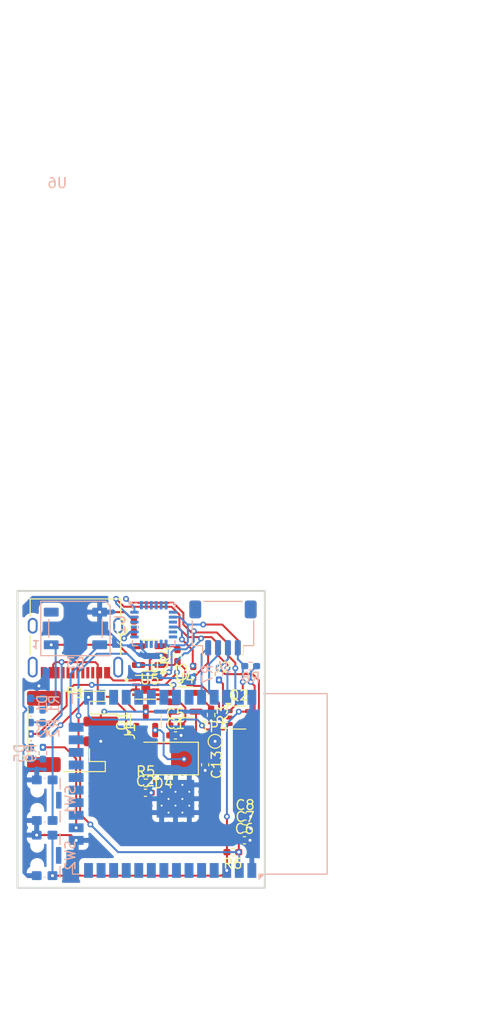
<source format=kicad_pcb>
(kicad_pcb (version 20240108) (generator "pcbnew") (generator_version "8.0")
  (layers (0 "F.Cu" signal) (31 "B.Cu" signal) (34 "B.Paste" user) (35 "F.Paste" user) (36 "B.SilkS" user "B.Silkscreen") (37 "F.SilkS" user "F.Silkscreen") (38 "B.Mask" user) (39 "F.Mask" user) (44 "Edge.Cuts" user))
  (net 0 "")
  (net 1 "SDA")
  (net 2 "SCL")
  (net 3 "+3V3")
  (net 4 "Net-(D4-K)")
  (net 5 "Net-(U1-REGOUT)")
  (net 6 "GND")
  (net 7 "Net-(U1-CPOUT)")
  (net 8 "RGB_DI")
  (net 9 "Net-(D5-A)")
  (net 10 "+BATT")
  (net 11 "Net-(D2-K)")
  (net 12 "Net-(U4-PROG)")
  (net 26 "VBUS")
  (net 27 "Net-(D1-A)")
  (net 28 "Net-(D2-A)")
  (net 34 "DTR")
  (net 41 "TX")
  (net 42 "RX")
  (net 43 "RTS")
  (net 46 "0")
  (net 47 "Net-(Q2B-B2)")
  (net 48 "Net-(Q2A-B1)")
  (net 49 "CHIP_PU")
  (net 50 "Net-(U5-EN)")
  (net 52 "LED")
  (footprint "Capacitor_SMD:C_0402_1005Metric_Pad0.74x0.62mm_HandSolder" (layer "F.Cu") (at 36.8325 49.4)
    (property "Reference" "C7")
    (property "Value" "1.0uF")
  )
  (footprint "Connector_JST:JST_PH_S2B-PH-SM4-TB_1x02-1MP_P2.00mm_Horizontal" (layer "F.Cu") (at 19.4 39.6 -90)
    (property "Reference" "J1")
    (property "Value" "Ph 2.0")
  )
  (footprint "Custom:SON50P200X200X80-9N" (layer "F.Cu") (at 26.8 35.1375)
    (property "Reference" "U2")
    (property "Value" "MAX17048G_T10")
  )
  (footprint "Resistor_SMD:R_0402_1005Metric_Pad0.72x0.64mm_HandSolder" (layer "F.Cu") (at 30 31.9375 90)
    (property "Reference" "R4")
    (property "Value" "100K")
  )
  (footprint "Capacitor_SMD:C_0402_1005Metric_Pad0.74x0.62mm_HandSolder" (layer "F.Cu") (at 29.8 39)
    (property "Reference" "C5")
    (property "Value" "4.7uF")
  )
  (footprint "Package_TO_SOT_SMD:SOT-363_SC-70-6" (layer "F.Cu") (at 36.2 38.2)
    (property "Reference" "Q2")
    (property "Value" "MBT3904DW1")
  )
  (footprint "Capacitor_SMD:C_0402_1005Metric_Pad0.74x0.62mm_HandSolder" (layer "F.Cu") (at 31.6 33.6 90)
    (property "Reference" "C3")
    (property "Value" "2.2nF")
  )
  (footprint "TestPoint:TestPoint_Pad_D1.0mm" (layer "F.Cu") (at 33.8 40.6)
    (property "Reference" "TP4")
    (property "Value" "+5V")
  )
  (footprint "Package_TO_SOT_SMD:SOT-23" (layer "F.Cu") (at 26.8 38.5375 90)
    (property "Reference" "Q1")
    (property "Value" "AO3401A")
  )
  (footprint "Capacitor_SMD:C_0402_1005Metric_Pad0.74x0.62mm_HandSolder" (layer "F.Cu") (at 36.8325 48.2)
    (property "Reference" "C8")
    (property "Value" "1.0uF")
  )
  (footprint "Resistor_SMD:R_0402_1005Metric_Pad0.72x0.64mm_HandSolder" (layer "F.Cu") (at 35.6 51.8 180)
    (property "Reference" "R6")
    (property "Value" "10K")
  )
  (footprint "Package_TO_SOT_SMD:SOT-23-5" (layer "F.Cu") (at 30.7375 36.65)
    (property "Reference" "U4")
    (property "Value" "MCP73831-2-OT")
  )
  (footprint "Capacitor_SMD:C_0402_1005Metric_Pad0.74x0.62mm_HandSolder" (layer "F.Cu") (at 36.7675 50.6)
    (property "Reference" "C6")
    (property "Value" "1.0uF")
  )
  (footprint "Capacitor_SMD:C_0402_1005Metric_Pad0.74x0.62mm_HandSolder" (layer "F.Cu") (at 26.7675 45.8)
    (property "Reference" "C2")
    (property "Value" "4.7uF")
  )
  (footprint "Resistor_SMD:R_0402_1005Metric_Pad0.72x0.64mm_HandSolder" (layer "F.Cu") (at 33.4 37.9375 -90)
    (property "Reference" "R3")
    (property "Value" "2K")
  )
  (footprint "Connector_USB:USB_C_Receptacle_XKB_U262-16XN-4BVC11" (layer "F.Cu") (at 19.689994 29.995 180)
    (property "Reference" "P1")
    (property "Value" "USB_C_Plug_USB2.0")
  )
  (footprint "Capacitor_SMD:C_0402_1005Metric_Pad0.74x0.62mm_HandSolder" (layer "F.Cu") (at 32.8 42.9675 -90)
    (property "Reference" "C13")
    (property "Value" "1.0uF")
  )
  (footprint "Diode_SMD:D_SMA" (layer "F.Cu") (at 28.6 42.3375 180)
    (property "Reference" "D4")
    (property "Value" "SS34")
  )
  (footprint "Resistor_SMD:R_0402_1005Metric_Pad0.72x0.64mm_HandSolder" (layer "F.Cu") (at 26.8 44.8)
    (property "Reference" "R5")
    (property "Value" "10K")
  )
  (footprint "Capacitor_SMD:C_0402_1005Metric_Pad0.74x0.62mm_HandSolder" (layer "F.Cu") (at 25.6 29 90)
    (property "Reference" "C4")
    (property "Value" "0.1uF")
  )
  (footprint "Package_TO_SOT_SMD:SOT-23-5" (layer "F.Cu") (at 27.2 31.9375 180)
    (property "Reference" "U5")
    (property "Value" "AP2112K-3.3")
  )
  (footprint "Capacitor_SMD:C_0402_1005Metric_Pad0.74x0.62mm_HandSolder" (layer "F.Cu") (at 29.8 40)
    (property "Reference" "C1")
    (property "Value" "1.0uF")
  )
  (footprint "Connector_JST:JST_SH_SM04B-SRSS-TB_1x04-1MP_P1.00mm_Horizontal" (layer "F.Cu") (at 34.6 29.145 180)
    (property "Reference" "J2")
    (property "Value" "Sh 1.0")
  )
  (footprint "LED_SMD:LED_WS2812B_PLCC4_5.0x5.0mm_P3.2mm" (layer "B.Cu") (at 19.689994 29.195)
    (property "Reference" "D3")
    (property "Value" "WS2812B")
  )
  (footprint "RF_Module:ESP32-WROOM-32D" (layer "B.Cu") (at 29.27 44.9 90)
    (property "Reference" "U6")
    (property "Value" "ESP32-WROOM-32D")
  )
  (footprint "LED_SMD:LED_0402_1005Metric_Pad0.77x0.64mm_HandSolder" (layer "B.Cu") (at 15.169994 36.8275 90)
    (property "Reference" "D1")
    (property "Value" "LED")
  )
  (footprint "Resistor_SMD:R_0402_1005Metric_Pad0.72x0.64mm_HandSolder" (layer "B.Cu") (at 37.4 33)
    (property "Reference" "R8")
    (property "Value" "10K")
  )
  (footprint "Button_Switch_SMD:SW_SPST_CK_KMS2xxGP" (layer "B.Cu") (at 16.569994 52.125 90)
    (property "Reference" "SW2")
    (property "Value" "Boot")
  )
  (footprint "Resistor_SMD:R_0402_1005Metric_Pad0.72x0.64mm_HandSolder" (layer "B.Cu") (at 16.4 41.8025 -90)
    (property "Reference" "R9")
    (property "Value" "1K")
  )
  (footprint "Resistor_SMD:R_0402_1005Metric_Pad0.72x0.64mm_HandSolder" (layer "B.Cu") (at 16.369994 39.2775 90)
    (property "Reference" "R2")
    (property "Value" "1K")
  )
  (footprint "Resistor_SMD:R_0402_1005Metric_Pad0.72x0.64mm_HandSolder" (layer "B.Cu") (at 16.369994 36.8525 90)
    (property "Reference" "R1")
    (property "Value" "1K")
  )
  (footprint "LED_SMD:LED_0402_1005Metric_Pad0.77x0.64mm_HandSolder" (layer "B.Cu") (at 15.2 41.8025 -90)
    (property "Reference" "D5")
    (property "Value" "LED")
  )
  (footprint "Sensor_Motion:InvenSense_QFN-24_4x4mm_P0.5mm" (layer "B.Cu") (at 27.6 28.8 -90)
    (property "Reference" "U1")
    (property "Value" "MPU-6050")
  )
  (footprint "LED_SMD:LED_0402_1005Metric_Pad0.77x0.64mm_HandSolder" (layer "B.Cu") (at 15.169994 39.2775 90)
    (property "Reference" "D2")
    (property "Value" "LED")
  )
  (footprint "Connector_JST:JST_SH_SM04B-SRSS-TB_1x04-1MP_P1.00mm_Horizontal" (layer "B.Cu") (at 34.6 29.145)
    (property "Reference" "J4")
    (property "Value" "Sh 2.0")
  )
  (footprint "Resistor_SMD:R_0402_1005Metric_Pad0.72x0.64mm_HandSolder" (layer "B.Cu") (at 34.2 33.8 -90)
    (property "Reference" "R7")
    (property "Value" "10K")
  )
  (footprint "Button_Switch_SMD:SW_SPST_CK_KMS2xxGP" (layer "B.Cu") (at 16.579994 46.55 90)
    (property "Reference" "SW1")
    (property "Value" "Reset")
  )
  (gr_rect (start 13.829994 25.4) (end 38.829994 55.4) (stroke (width 0.2)) (fill none) (layer "Edge.Cuts"))
  (segment (start 35.1 30.729448) (end 35.1 31.145) (width 0.2) (layer "F.Cu") (net 1))
  (segment (start 33.970552 29.6) (end 35.1 30.729448) (width 0.2) (layer "F.Cu") (net 1))
  (segment (start 30.6 28.8) (end 31.4 29.6) (width 0.2) (layer "F.Cu") (net 1))
  (segment (start 25.2 26.6) (end 29.565686 26.6) (width 0.2) (layer "F.Cu") (net 1))
  (segment (start 35.1 31.919999) (end 35.1 31.145) (width 0.2) (layer "F.Cu") (net 1))
  (segment (start 24.8 26.2) (end 25.2 26.6) (width 0.2) (layer "F.Cu") (net 1))
  (segment (start 35.849863 32.669862) (end 35.1 31.919999) (width 0.2) (layer "F.Cu") (net 1))
  (segment (start 29.565686 26.6) (end 30.6 27.634314) (width 0.2) (layer "F.Cu") (net 1))
  (segment (start 31.4 29.6) (end 33.970552 29.6) (width 0.2) (layer "F.Cu") (net 1))
  (segment (start 30.6 27.634314) (end 30.6 28.8) (width 0.2) (layer "F.Cu") (net 1))
  (segment (start 28.378817 34.3875) (end 27.785 34.3875) (width 0.2) (layer "F.Cu") (net 1))
  (segment (start 29.14932 33.616997) (end 28.378817 34.3875) (width 0.2) (layer "F.Cu") (net 1))
  (segment (start 35.849863 33.214265) (end 35.849863 32.669862) (width 0.2) (layer "F.Cu") (net 1))
  (via (at 29.14932 33.616997) (size 0.6) (drill 0.3) (layers "F.Cu" "B.Cu") (net 1))
  (via (at 24.8 26.2) (size 0.6) (drill 0.3) (layers "F.Cu" "B.Cu") (net 1))
  (via (at 31.649525 29.47) (size 0.6) (drill 0.3) (layers "F.Cu" "B.Cu") (net 1))
  (via (at 35.849863 33.214265) (size 0.6) (drill 0.3) (layers "F.Cu" "B.Cu") (net 1))
  (segment (start 35.849863 35.749863) (end 36.25 36.15) (width 0.2) (layer "B.Cu") (net 1))
  (segment (start 25.65 27.05) (end 24.8 26.2) (width 0.2) (layer "B.Cu") (net 1))
  (segment (start 29.7 31.3) (end 30.865686 31.3) (width 0.2) (layer "B.Cu") (net 1))
  (segment (start 25.65 27.55) (end 25.65 27.05) (width 0.2) (layer "B.Cu") (net 1))
  (segment (start 30.865686 31.3) (end 31.649525 30.516161) (width 0.2) (layer "B.Cu") (net 1))
  (segment (start 29.4 33.366317) (end 29.4 31.6) (width 0.2) (layer "B.Cu") (net 1))
  (segment (start 29.4 31.6) (end 29.7 31.3) (width 0.2) (layer "B.Cu") (net 1))
  (segment (start 24.8 26.2) (end 24.8 26.3) (width 0.2) (layer "B.Cu") (net 1))
  (segment (start 31.649525 30.516161) (end 31.649525 29.47) (width 0.2) (layer "B.Cu") (net 1))
  (segment (start 29.14932 33.616997) (end 29.4 33.366317) (width 0.2) (layer "B.Cu") (net 1))
  (segment (start 35.849863 33.214265) (end 35.849863 35.749863) (width 0.2) (layer "B.Cu") (net 1))
  (segment (start 24.6 27) (end 29.4 27) (width 0.2) (layer "F.Cu") (net 2))
  (segment (start 23.8 26.2) (end 24.6 27) (width 0.2) (layer "F.Cu") (net 2))
  (segment (start 29.949323 33.702146) (end 28.763969 34.8875) (width 0.2) (layer "F.Cu") (net 2))
  (segment (start 29.4 27) (end 30.2 27.8) (width 0.2) (layer "F.Cu") (net 2))
  (segment (start 30.2 29.2) (end 31.07 30.07) (width 0.2) (layer "F.Cu") (net 2))
  (segment (start 30.2 27.8) (end 30.2 29.2) (width 0.2) (layer "F.Cu") (net 2))
  (segment (start 35.049928 33.203898) (end 35.049928 32.869927) (width 0.2) (layer "F.Cu") (net 2))
  (segment (start 29.949323 33.616997) (end 29.949323 33.702146) (width 0.2) (layer "F.Cu") (net 2))
  (segment (start 31.07 30.07) (end 33.440552 30.07) (width 0.2) (layer "F.Cu") (net 2))
  (segment (start 35.049928 32.869927) (end 34.1 31.919999) (width 0.2) (layer "F.Cu") (net 2))
  (segment (start 34.1 31.919999) (end 34.1 31.145) (width 0.2) (layer "F.Cu") (net 2))
  (segment (start 28.763969 34.8875) (end 27.785 34.8875) (width 0.2) (layer "F.Cu") (net 2))
  (segment (start 34.1 30.729448) (end 34.1 31.145) (width 0.2) (layer "F.Cu") (net 2))
  (segment (start 33.440552 30.07) (end 34.1 30.729448) (width 0.2) (layer "F.Cu") (net 2))
  (via (at 23.8 26.2) (size 0.6) (drill 0.3) (layers "F.Cu" "B.Cu") (net 2))
  (via (at 29.949323 33.616997) (size 0.6) (drill 0.3) (layers "F.Cu" "B.Cu") (net 2))
  (via (at 35.049928 33.203898) (size 0.6) (drill 0.3) (layers "F.Cu" "B.Cu") (net 2))
  (via (at 32.382521 30.2) (size 0.6) (drill 0.3) (layers "F.Cu" "B.Cu") (net 2))
  (segment (start 29.949323 32.450677) (end 30.7 31.7) (width 0.2) (layer "B.Cu") (net 2))
  (segment (start 23.8 26.65741) (end 23.8 26.2) (width 0.2) (layer "B.Cu") (net 2))
  (segment (start 25.65 28.05) (end 25.19259 28.05) (width 0.2) (layer "B.Cu") (net 2))
  (segment (start 30.7 31.7) (end 31.031372 31.7) (width 0.2) (layer "B.Cu") (net 2))
  (segment (start 31.031372 31.7) (end 32.382521 30.348851) (width 0.2) (layer "B.Cu") (net 2))
  (segment (start 32.382521 30.348851) (end 32.382521 30.2) (width 0.2) (layer "B.Cu") (net 2))
  (segment (start 35.049928 35.650072) (end 34.98 35.72) (width 0.2) (layer "B.Cu") (net 2))
  (segment (start 34.98 35.72) (end 34.98 36.15) (width 0.2) (layer "B.Cu") (net 2))
  (segment (start 35.049928 33.203898) (end 35.049928 35.650072) (width 0.2) (layer "B.Cu") (net 2))
  (segment (start 29.949323 33.616997) (end 29.949323 32.450677) (width 0.2) (layer "B.Cu") (net 2))
  (segment (start 25.19259 28.05) (end 23.8 26.65741) (width 0.2) (layer "B.Cu") (net 2))
  (segment (start 20 42.034314) (end 20 38.00853) (width 0.2) (layer "F.Cu") (net 3))
  (segment (start 36.1 31.145) (end 36.1 30.370001) (width 0.2) (layer "F.Cu") (net 3))
  (segment (start 20.16 42.194314) (end 20 42.034314) (width 0.2) (layer "F.Cu") (net 3))
  (segment (start 20 38.00853) (end 20.004265 38.004265) (width 0.2) (layer "F.Cu") (net 3))
  (segment (start 36.2 50.6) (end 36.2 51.7975) (width 0.2) (layer "F.Cu") (net 3))
  (segment (start 36.2 51.7975) (end 36.1975 51.8) (width 0.2) (layer "F.Cu") (net 3))
  (segment (start 36.2 50.6) (end 36.2 49.465) (width 0.2) (layer "F.Cu") (net 3))
  (segment (start 34.529999 28.8) (end 32.6 28.8) (width 0.2) (layer "F.Cu") (net 3))
  (segment (start 24.02 30.845) (end 17.239994 30.845) (width 0.2) (layer "F.Cu") (net 3))
  (segment (start 36.2 49.465) (end 36.265 49.4) (width 0.2) (layer "F.Cu") (net 3))
  (segment (start 36.265 49.4) (end 36.265 48.2) (width 0.2) (layer "F.Cu") (net 3))
  (segment (start 20.16 47.96) (end 20.16 42.194314) (width 0.2) (layer "F.Cu") (net 3))
  (segment (start 21.2 49) (end 20.16 47.96) (width 0.2) (layer "F.Cu") (net 3))
  (segment (start 26.0625 32.8875) (end 24.02 30.845) (width 0.2) (layer "F.Cu") (net 3))
  (segment (start 36.1 30.370001) (end 34.529999 28.8) (width 0.2) (layer "F.Cu") (net 3))
  (via (at 32.6 28.8) (size 0.6) (drill 0.3) (layers "F.Cu" "B.Cu") (net 3))
  (via (at 36.1975 51.8) (size 0.6) (drill 0.3) (layers "F.Cu" "B.Cu") (net 3))
  (via (at 20.004265 38.004265) (size 0.6) (drill 0.3) (layers "F.Cu" "B.Cu") (net 3))
  (via (at 26.0625 32.8875) (size 0.6) (drill 0.3) (layers "F.Cu" "B.Cu") (net 3))
  (via (at 21.2 49) (size 0.6) (drill 0.3) (layers "F.Cu" "B.Cu") (net 3))
  (via (at 17.239994 30.845) (size 0.6) (drill 0.3) (layers "F.Cu" "B.Cu") (net 3))
  (segment (start 29 32.361764) (end 29 30.9) (width 0.2) (layer "B.Cu") (net 3))
  (segment (start 16.369994 37.45) (end 17.689993 36.130001) (width 0.2) (layer "B.Cu") (net 3))
  (segment (start 31.09905 28.8) (end 31.049525 28.849525) (width 0.2) (layer "B.Cu") (net 3))
  (segment (start 32.6 28.8) (end 31.09905 28.8) (width 0.2) (layer "B.Cu") (net 3))
  (segment (start 24 51.8) (end 36.1975 51.8) (width 0.2) (layer "B.Cu") (net 3))
  (segment (start 31.049525 30.550475) (end 30.7 30.9) (width 0.2) (layer "B.Cu") (net 3))
  (segment (start 31.049525 28.849525) (end 31.049525 30.550475) (width 0.2) (layer "B.Cu") (net 3))
  (segment (start 26.0625 32.8875) (end 28.474264 32.8875) (width 0.2) (layer "B.Cu") (net 3))
  (segment (start 30.7 30.9) (end 29 30.9) (width 0.2) (layer "B.Cu") (net 3))
  (segment (start 36.25 51.8525) (end 36.1975 51.8) (width 0.2) (layer "B.Cu") (net 3))
  (segment (start 20 38) (end 20 33.6) (width 0.2) (layer "B.Cu") (net 3))
  (segment (start 29 30.9) (end 28.85 30.75) (width 0.2) (layer "B.Cu") (net 3))
  (segment (start 17.689993 36.130001) (end 17.689993 31.294999) (width 0.2) (layer "B.Cu") (net 3))
  (segment (start 20.004265 38.004265) (end 20 38) (width 0.2) (layer "B.Cu") (net 3))
  (segment (start 20 33.6) (end 21.85 31.75) (width 0.2) (layer "B.Cu") (net 3))
  (segment (start 24.925 31.75) (end 26.0625 32.8875) (width 0.2) (layer "B.Cu") (net 3))
  (segment (start 30.25 28.05) (end 31.049525 28.849525) (width 0.2) (layer "B.Cu") (net 3))
  (segment (start 21.85 31.75) (end 24.925 31.75) (width 0.2) (layer "B.Cu") (net 3))
  (segment (start 17.689993 31.294999) (end 17.239994 30.845) (width 0.2) (layer "B.Cu") (net 3))
  (segment (start 29.55 28.05) (end 30.25 28.05) (width 0.2) (layer "B.Cu") (net 3))
  (segment (start 28.474264 32.8875) (end 29 32.361764) (width 0.2) (layer "B.Cu") (net 3))
  (segment (start 36.25 53.65) (end 36.25 51.8525) (width 0.2) (layer "B.Cu") (net 3))
  (segment (start 21.2 49) (end 24 51.8) (width 0.2) (layer "B.Cu") (net 3))
  (segment (start 34.2 38.58) (end 34.22 38.6) (width 0.2) (layer "F.Cu") (net 4))
  (segment (start 30.8 34.728052) (end 31.071948 35) (width 0.2) (layer "F.Cu") (net 4))
  (segment (start 32.8 41.6) (end 33.8 40.6) (width 0.2) (layer "F.Cu") (net 4))
  (segment (start 32.8 42.4) (end 32.8 41.6) (width 0.2) (layer "F.Cu") (net 4))
  (segment (start 32.8 42.4) (end 30.6625 42.4) (width 0.2) (layer "F.Cu") (net 4))
  (segment (start 34.2 36.721948) (end 34.2 38.58) (width 0.2) (layer "F.Cu") (net 4))
  (segment (start 30.6625 42.4) (end 30.6 42.3375) (width 0.2) (layer "F.Cu") (net 4))
  (segment (start 29.6475 32.8875) (end 30 32.535) (width 0.2) (layer "F.Cu") (net 4))
  (segment (start 30.8 33.335) (end 30.8 34.728052) (width 0.2) (layer "F.Cu") (net 4))
  (segment (start 32.478052 35) (end 34.2 36.721948) (width 0.2) (layer "F.Cu") (net 4))
  (segment (start 31.071948 35) (end 32.478052 35) (width 0.2) (layer "F.Cu") (net 4))
  (segment (start 30 32.535) (end 30.8 33.335) (width 0.2) (layer "F.Cu") (net 4))
  (segment (start 28.3375 32.8875) (end 29.6475 32.8875) (width 0.2) (layer "F.Cu") (net 4))
  (via (at 33.8 40.6) (size 0.6) (drill 0.3) (layers "F.Cu" "B.Cu") (net 4))
  (via (at 34.22 38.6) (size 0.6) (drill 0.3) (layers "F.Cu" "B.Cu") (net 4))
  (via (at 27.75 39.475) (size 0.6) (drill 0.3) (layers "F.Cu" "B.Cu") (net 4))
  (via (at 30.6625 42.4) (size 0.6) (drill 0.3) (layers "F.Cu" "B.Cu") (net 4))
  (segment (start 28.6 39.8) (end 28.6 42) (width 0.2) (layer "B.Cu") (net 4))
  (segment (start 28.6 42) (end 29 42.4) (width 0.2) (layer "B.Cu") (net 4))
  (segment (start 28.275 39.475) (end 28.6 39.8) (width 0.2) (layer "B.Cu") (net 4))
  (segment (start 29 42.4) (end 30.6625 42.4) (width 0.2) (layer "B.Cu") (net 4))
  (segment (start 27.75 39.475) (end 28.275 39.475) (width 0.2) (layer "B.Cu") (net 4))
  (segment (start 34.22 38.6) (end 34.22 40.18) (width 0.2) (layer "B.Cu") (net 4))
  (segment (start 34.22 40.18) (end 33.8 40.6) (width 0.2) (layer "B.Cu") (net 4))
  (segment (start 31.543235 32.975735) (end 31.543235 31.391764) (width 0.2) (layer "F.Cu") (net 5))
  (segment (start 31.543235 31.391764) (end 30.449525 30.298054) (width 0.2) (layer "F.Cu") (net 5))
  (via (at 31.543235 32.975735) (size 0.6) (drill 0.3) (layers "F.Cu" "B.Cu") (net 5))
  (via (at 30.449525 30.298054) (size 0.6) (drill 0.3) (layers "F.Cu" "B.Cu") (net 5))
  (segment (start 29.55 29.05) (end 30.00741 29.05) (width 0.2) (layer "B.Cu") (net 5))
  (segment (start 30.00741 29.05) (end 30.449525 29.492115) (width 0.2) (layer "B.Cu") (net 5))
  (segment (start 30.449525 29.492115) (end 30.449525 30.298054) (width 0.2) (layer "B.Cu") (net 5))
  (segment (start 30.3675 39) (end 30.8 38.5675) (width 0.2) (layer "F.Cu") (net 6))
  (segment (start 15.769994 50.075) (end 19.225 50.075) (width 0.2) (layer "F.Cu") (net 6))
  (segment (start 27.05 35.3875) (end 26.8 35.1375) (width 0.2) (layer "F.Cu") (net 6))
  (segment (start 25.7525 34.45) (end 23.524994 34.45) (width 0.2) (layer "F.Cu") (net 6))
  (segment (start 26.235428 35.8875) (end 26.8 35.322928) (width 0.2) (layer "F.Cu") (net 6))
  (segment (start 25.6 28.4325) (end 24.7125 27.545) (width 0.2) (layer "F.Cu") (net 6))
  (segment (start 30.8 38.5675) (end 30.8 37.2) (width 0.2) (layer "F.Cu") (net 6))
  (segment (start 30.25 36.65) (end 29.6 36.65) (width 0.2) (layer "F.Cu") (net 6))
  (segment (start 31.6 34.1675) (end 33.1 32.6675) (width 0.2) (layer "F.Cu") (net 6))
  (segment (start 30.8 37.2) (end 30.25 36.65) (width 0.2) (layer "F.Cu") (net 6))
  (segment (start 25.815 35.8875) (end 26.235428 35.8875) (width 0.2) (layer "F.Cu") (net 6))
  (segment (start 24.7125 27.545) (end 22.139994 27.545) (width 0.2) (layer "F.Cu") (net 6))
  (segment (start 23.039994 33.965) (end 23.039994 33.665) (width 0.2) (layer "F.Cu") (net 6))
  (segment (start 26.8 34.952072) (end 26.8 35.1375) (width 0.2) (layer "F.Cu") (net 6))
  (segment (start 27.675001 31.9375) (end 28.3375 31.9375) (width 0.2) (layer "F.Cu") (net 6))
  (segment (start 27.2 32.412501) (end 27.675001 31.9375) (width 0.2) (layer "F.Cu") (net 6))
  (segment (start 27.2 33.6) (end 27.2 32.412501) (width 0.2) (layer "F.Cu") (net 6))
  (segment (start 29.6 36.65) (end 29.300001 36.350001) (width 0.2) (layer "F.Cu") (net 6))
  (segment (start 26.8 35.322928) (end 26.8 35.1375) (width 0.2) (layer "F.Cu") (net 6))
  (segment (start 27 34.9375) (end 26.8 35.1375) (width 0.2) (layer "F.Cu") (net 6))
  (segment (start 26.235428 34.3875) (end 26.8 34.952072) (width 0.2) (layer "F.Cu") (net 6))
  (segment (start 27.785 35.3875) (end 27.05 35.3875) (width 0.2) (layer "F.Cu") (net 6))
  (segment (start 19.225 50.075) (end 19.76 50.61) (width 0.2) (layer "F.Cu") (net 6))
  (segment (start 23.524994 34.45) (end 23.039994 33.965) (width 0.2) (layer "F.Cu") (net 6))
  (segment (start 25.815 34.3875) (end 25.7525 34.45) (width 0.2) (layer "F.Cu") (net 6))
  (segment (start 27 33.8) (end 27.2 33.6) (width 0.2) (layer "F.Cu") (net 6))
  (segment (start 29.300001 36.350001) (end 26.277501 36.350001) (width 0.2) (layer "F.Cu") (net 6))
  (segment (start 27 33.8) (end 27 34.9375) (width 0.2) (layer "F.Cu") (net 6))
  (segment (start 26.277501 36.350001) (end 25.815 35.8875) (width 0.2) (layer "F.Cu") (net 6))
  (segment (start 16.339994 33.665) (end 16.339994 34.660006) (width 0.2) (layer "F.Cu") (net 6))
  (segment (start 16.339994 34.660006) (end 16 35) (width 0.2) (layer "F.Cu") (net 6))
  (segment (start 33.1 32.6675) (end 33.1 31.145) (width 0.2) (layer "F.Cu") (net 6))
  (segment (start 25.815 34.3875) (end 26.235428 34.3875) (width 0.2) (layer "F.Cu") (net 6))
  (segment (start 30.3675 40) (end 30.3675 39) (width 0.2) (layer "F.Cu") (net 6))
  (via (at 37.4 49.4) (size 0.6) (drill 0.3) (layers "F.Cu" "B.Cu") (net 6))
  (via (at 27.335 45.8) (size 0.6) (drill 0.3) (layers "F.Cu" "B.Cu") (net 6))
  (via (at 37.335 50.6) (size 0.6) (drill 0.3) (layers "F.Cu" "B.Cu") (net 6))
  (via (at 32.8 43.535) (size 0.6) (drill 0.3) (layers "F.Cu" "B.Cu") (net 6))
  (via (at 15.769994 50.075) (size 0.6) (drill 0.3) (layers "F.Cu" "B.Cu") (net 6))
  (via (at 16 35) (size 0.6) (drill 0.3) (layers "F.Cu" "B.Cu") (net 6))
  (via (at 22.25 40.6) (size 0.6) (drill 0.3) (layers "F.Cu" "B.Cu") (net 6))
  (via (at 27 33.8) (size 0.6) (drill 0.3) (layers "F.Cu" "B.Cu") (net 6))
  (via (at 31.6 34.1675) (size 0.6) (drill 0.3) (layers "F.Cu" "B.Cu") (net 6))
  (via (at 19.76 50.61) (size 0.6) (drill 0.3) (layers "F.Cu" "B.Cu") (net 6))
  (via (at 33.4 38.535) (size 0.6) (drill 0.3) (layers "F.Cu" "B.Cu") (net 6))
  (via (at 28.3375 31.9375) (size 0.6) (drill 0.3) (layers "F.Cu" "B.Cu") (net 6))
  (via (at 30.3675 40) (size 0.6) (drill 0.3) (layers "F.Cu" "B.Cu") (net 6))
  (via (at 22.139994 27.545) (size 0.6) (drill 0.3) (layers "F.Cu" "B.Cu") (net 6))
  (via (at 27.3975 44.8) (size 0.6) (drill 0.3) (layers "F.Cu" "B.Cu") (net 6))
  (via (at 37.4 48.2) (size 0.6) (drill 0.3) (layers "F.Cu" "B.Cu") (net 6))
  (segment (start 24.45147 30.899999) (end 22.139994 28.588523) (width 0.2) (layer "B.Cu") (net 6))
  (segment (start 14.429994 35.170006) (end 14.429994 37.029994) (width 0.2) (layer "B.Cu") (net 6))
  (segment (start 16 35) (end 14.6 35) (width 0.2) (layer "B.Cu") (net 6))
  (segment (start 22.139994 28.588523) (end 22.139994 27.545) (width 0.2) (layer "B.Cu") (net 6))
  (segment (start 14.429994 41.570006) (end 14.429994 44.229994) (width 0.2) (layer "B.Cu") (net 6))
  (segment (start 14.429994 40.829994) (end 14.83 41.23) (width 0.2) (layer "B.Cu") (net 6))
  (segment (start 27.416997 34.216997) (end 27 33.8) (width 0.2) (layer "B.Cu") (net 6))
  (segment (start 15.2 41.23) (end 14.77 41.23) (width 0.2) (layer "B.Cu") (net 6))
  (segment (start 14.429994 37.029994) (end 14.8 37.4) (width 0.2) (layer "B.Cu") (net 6))
  (segment (start 14.77 41.23) (end 14.429994 41.570006) (width 0.2) (layer "B.Cu") (net 6))
  (segment (start 26.35 31.20741) (end 26.35 30.75) (width 0.2) (layer "B.Cu") (net 6))
  (segment (start 14.7 44.5) (end 15.779994 44.5) (width 0.2) (layer "B.Cu") (net 6))
  (segment (start 15.169994 37.4) (end 14.784997 37.4) (width 0.2) (layer "B.Cu") (net 6))
  (segment (start 24.45147 30.899999) (end 26.200001 30.899999) (width 0.2) (layer "B.Cu") (net 6))
  (segment (start 14.6 35) (end 14.429994 35.170006) (width 0.2) (layer "B.Cu") (net 6))
  (segment (start 27.08009 31.9375) (end 26.35 31.20741) (width 0.2) (layer "B.Cu") (net 6))
  (segment (start 31.6 34.1675) (end 31.550503 34.216997) (width 0.2) (layer "B.Cu") (net 6))
  (segment (start 14.429994 44.229994) (end 14.7 44.5) (width 0.2) (layer "B.Cu") (net 6))
  (segment (start 14.8 37.4) (end 15.169994 37.4) (width 0.2) (layer "B.Cu") (net 6))
  (segment (start 14.784997 37.4) (end 14.429994 37.755003) (width 0.2) (layer "B.Cu") (net 6))
  (segment (start 14.83 41.23) (end 15.2 41.23) (width 0.2) (layer "B.Cu") (net 6))
  (segment (start 14.429994 37.755003) (end 14.429994 40.829994) (width 0.2) (layer "B.Cu") (net 6))
  (segment (start 28.3375 31.9375) (end 27.08009 31.9375) (width 0.2) (layer "B.Cu") (net 6))
  (segment (start 31.550503 34.216997) (end 27.416997 34.216997) (width 0.2) (layer "B.Cu") (net 6))
  (segment (start 26.200001 30.899999) (end 26.35 30.75) (width 0.2) (layer "B.Cu") (net 6))
  (segment (start 25.2325 29.5675) (end 24.6 30.2) (width 0.2) (layer "F.Cu") (net 7))
  (segment (start 25.6 29.5675) (end 25.2325 29.5675) (width 0.2) (layer "F.Cu") (net 7))
  (via (at 24.6 30.2) (size 0.6) (drill 0.3) (layers "F.Cu" "B.Cu") (net 7))
  (segment (start 25.19259 29.55) (end 24.6 30.14259) (width 0.2) (layer "B.Cu") (net 7))
  (segment (start 24.6 30.14259) (end 24.6 30.2) (width 0.2) (layer "B.Cu") (net 7))
  (segment (start 25.65 29.55) (end 25.19259 29.55) (width 0.2) (layer "B.Cu") (net 7))
  (segment (start 19.2 38.62) (end 19.2 33.784994) (width 0.2) (layer "B.Cu") (net 8))
  (segment (start 19.76 39.18) (end 19.2 38.62) (width 0.2) (layer "B.Cu") (net 8))
  (segment (start 19.2 33.784994) (end 22.139994 30.845) (width 0.2) (layer "B.Cu") (net 8))
  (segment (start 15.225 42.4) (end 15.2 42.375) (width 0.2) (layer "B.Cu") (net 9))
  (segment (start 16.4 42.4) (end 15.225 42.4) (width 0.2) (layer "B.Cu") (net 9))
  (segment (start 22.25 38.6) (end 22.25 37.95) (width 0.2) (layer "F.Cu") (net 10))
  (segment (start 25 36.8) (end 25 35.782072) (width 0.2) (layer "F.Cu") (net 10))
  (segment (start 22.25 37.95) (end 22.6 37.6) (width 0.2) (layer "F.Cu") (net 10))
  (segment (start 29.2325 37.9675) (end 29.6 37.6) (width 0.2) (layer "F.Cu") (net 10))
  (segment (start 26.8 37.6) (end 25.8 37.6) (width 0.2) (layer "F.Cu") (net 10))
  (segment (start 25.815 34.8875) (end 25.815 35.3875) (width 0.2) (layer "F.Cu") (net 10))
  (segment (start 29.6 37.6) (end 26.8 37.6) (width 0.2) (layer "F.Cu") (net 10))
  (segment (start 25 35.782072) (end 25.394572 35.3875) (width 0.2) (layer "F.Cu") (net 10))
  (segment (start 29.2325 39) (end 29.2325 37.9675) (width 0.2) (layer "F.Cu") (net 10))
  (segment (start 25.394572 35.3875) (end 25.815 35.3875) (width 0.2) (layer "F.Cu") (net 10))
  (segment (start 29.2325 39) (end 29.2325 40) (width 0.2) (layer "F.Cu") (net 10))
  (segment (start 25.8 37.6) (end 25 36.8) (width 0.2) (layer "F.Cu") (net 10))
  (via (at 22.6 37.6) (size 0.6) (drill 0.3) (layers "F.Cu" "B.Cu") (net 10))
  (via (at 26.8 37.6) (size 0.6) (drill 0.3) (layers "F.Cu" "B.Cu") (net 10))
  (segment (start 22.6 37.6) (end 26.8 37.6) (width 0.2) (layer "B.Cu") (net 10))
  (segment (start 18.8 35.629994) (end 18.8 37) (width 0.2) (layer "F.Cu") (net 11))
  (segment (start 19.529996 34.899998) (end 18.8 35.629994) (width 0.2) (layer "F.Cu") (net 11))
  (segment (start 18.8 37) (end 15.95 39.85) (width 0.2) (layer "F.Cu") (net 11))
  (segment (start 15.95 39.85) (end 15.169994 39.85) (width 0.2) (layer "F.Cu") (net 11))
  (segment (start 21.339994 34.899998) (end 19.529996 34.899998) (width 0.2) (layer "F.Cu") (net 11))
  (segment (start 29.6 34.899998) (end 29.6 35.7) (width 0.2) (layer "F.Cu") (net 11))
  (via (at 29.6 34.899998) (size 0.6) (drill 0.3) (layers "F.Cu" "B.Cu") (net 11))
  (via (at 21.339994 34.899998) (size 0.6) (drill 0.3) (layers "F.Cu" "B.Cu") (net 11))
  (via (at 15.169994 39.85) (size 0.6) (drill 0.3) (layers "F.Cu" "B.Cu") (net 11))
  (segment (start 21.339994 34.899998) (end 29.6 34.899998) (width 0.2) (layer "B.Cu") (net 11))
  (segment (start 33.4 37.34) (end 33.4 37.225) (width 0.2) (layer "F.Cu") (net 12))
  (segment (start 33.4 37.225) (end 31.875 35.7) (width 0.2) (layer "F.Cu") (net 12))
  (segment (start 26.6 44.4025) (end 26.2025 44.8) (width 0.2) (layer "F.Cu") (net 26))
  (segment (start 26.2025 45.7975) (end 26.2 45.8) (width 0.2) (layer "F.Cu") (net 26))
  (segment (start 21.939994 35.539994) (end 21.939994 33.665) (width 0.2) (layer "F.Cu") (net 26))
  (segment (start 26.6 40.225) (end 25.85 39.475) (width 0.2) (layer "F.Cu") (net 26))
  (segment (start 17.679994 32.6) (end 21.704994 32.6) (width 0.2) (layer "F.Cu") (net 26))
  (segment (start 17.439994 32.84) (end 17.679994 32.6) (width 0.2) (layer "F.Cu") (net 26))
  (segment (start 31.875 40.325) (end 31.4 40.8) (width 0.2) (layer "F.Cu") (net 26))
  (segment (start 22.5 36.1) (end 21.939994 35.539994) (width 0.2) (layer "F.Cu") (net 26))
  (segment (start 23.3 36.1) (end 22.5 36.1) (width 0.2) (layer "F.Cu") (net 26))
  (segment (start 24.8 39) (end 24.8 37.6) (width 0.2) (layer "F.Cu") (net 26))
  (segment (start 27.2 40.8) (end 26.6 41.4) (width 0.2) (layer "F.Cu") (net 26))
  (segment (start 17.439994 33.665) (end 17.439994 32.84) (width 0.2) (layer "F.Cu") (net 26))
  (segment (start 26.6 42.3375) (end 26.6 44.4025) (width 0.2) (layer "F.Cu") (net 26))
  (segment (start 24.8 37.6) (end 23.3 36.1) (width 0.2) (layer "F.Cu") (net 26))
  (segment (start 31.4 40.8) (end 27.2 40.8) (width 0.2) (layer "F.Cu") (net 26))
  (segment (start 31.875 37.6) (end 31.875 40.325) (width 0.2) (layer "F.Cu") (net 26))
  (segment (start 25.85 39.475) (end 25.275 39.475) (width 0.2) (layer "F.Cu") (net 26))
  (segment (start 21.704994 32.6) (end 21.939994 32.835) (width 0.2) (layer "F.Cu") (net 26))
  (segment (start 26.2025 44.8) (end 26.2025 45.7975) (width 0.2) (layer "F.Cu") (net 26))
  (segment (start 26.6 42.3375) (end 26.6 40.225) (width 0.2) (layer "F.Cu") (net 26))
  (segment (start 21.939994 32.835) (end 21.939994 33.665) (width 0.2) (layer "F.Cu") (net 26))
  (segment (start 25.275 39.475) (end 24.8 39) (width 0.2) (layer "F.Cu") (net 26))
  (segment (start 26.6 41.4) (end 26.6 42.3375) (width 0.2) (layer "F.Cu") (net 26))
  (via (at 18.289993 32.589998) (size 0.6) (drill 0.3) (layers "F.Cu" "B.Cu") (net 26))
  (segment (start 18.289993 37.955001) (end 18.289993 32.589998) (width 0.2) (layer "B.Cu") (net 26))
  (segment (start 16.369994 39.875) (end 18.289993 37.955001) (width 0.2) (layer "B.Cu") (net 26))
  (segment (start 16.369994 36.255) (end 15.169994 36.255) (width 0.2) (layer "B.Cu") (net 27))
  (segment (start 15.194994 38.68) (end 15.169994 38.705) (width 0.2) (layer "B.Cu") (net 28))
  (segment (start 16.369994 38.68) (end 15.194994 38.68) (width 0.2) (layer "B.Cu") (net 28))
  (segment (start 34.811765 33.814265) (end 34.2 33.2025) (width 0.2) (layer "F.Cu") (net 34))
  (segment (start 37.595 33.795) (end 36.433529 33.795) (width 0.2) (layer "F.Cu") (net 34))
  (segment (start 36.414264 33.814265) (end 34.811765 33.814265) (width 0.2) (layer "F.Cu") (net 34))
  (segment (start 38.229994 38.095005) (end 38.229994 34.429994) (width 0.2) (layer "F.Cu") (net 34))
  (segment (start 37.474999 38.85) (end 38.229994 38.095005) (width 0.2) (layer "F.Cu") (net 34))
  (segment (start 37.15 38.85) (end 37.474999 38.85) (width 0.2) (layer "F.Cu") (net 34))
  (segment (start 38.229994 34.429994) (end 37.595 33.795) (width 0.2) (layer "F.Cu") (net 34))
  (segment (start 36.433529 33.795) (end 36.414264 33.814265) (width 0.2) (layer "F.Cu") (net 34))
  (via (at 34.2 33.2025) (size 0.6) (drill 0.3) (layers "F.Cu" "B.Cu") (net 34))
  (segment (start 34.2 33.2025) (end 35.1 32.3025) (width 0.2) (layer "B.Cu") (net 34))
  (segment (start 35.1 32.3025) (end 35.1 31.145) (width 0.2) (layer "B.Cu") (net 34))
  (segment (start 33.1 31.145) (end 32.44 31.805) (width 0.2) (layer "B.Cu") (net 41))
  (segment (start 32.44 31.805) (end 32.44 36.15) (width 0.2) (layer "B.Cu") (net 41))
  (segment (start 34.1 31.895014) (end 33.2 32.795014) (width 0.2) (layer "B.Cu") (net 42))
  (segment (start 33.2 32.795014) (end 33.2 35.64) (width 0.2) (layer "B.Cu") (net 42))
  (segment (start 33.2 35.64) (end 33.71 36.15) (width 0.2) (layer "B.Cu") (net 42))
  (segment (start 34.1 31.145) (end 34.1 31.895014) (width 0.2) (layer "B.Cu") (net 42))
  (segment (start 35.25 37.55) (end 36.6 36.2) (width 0.2) (layer "F.Cu") (net 43))
  (segment (start 36.6 36.2) (end 36.6 34.6) (width 0.2) (layer "F.Cu") (net 43))
  (via (at 36.6 34.6) (size 0.6) (drill 0.3) (layers "F.Cu" "B.Cu") (net 43))
  (segment (start 36.1 32.2975) (end 36.8025 33) (width 0.2) (layer "B.Cu") (net 43))
  (segment (start 36.6 34.6) (end 36.6 33.2025) (width 0.2) (layer "B.Cu") (net 43))
  (segment (start 36.6 33.2025) (end 36.8025 33) (width 0.2) (layer "B.Cu") (net 43))
  (segment (start 36.1 31.145) (end 36.1 32.2975) (width 0.2) (layer "B.Cu") (net 43))
  (segment (start 32.475 39) (end 32.875 39.4) (width 0.2) (layer "F.Cu") (net 46))
  (segment (start 18.185735 38.974265) (end 21.01 36.15) (width 0.2) (layer "F.Cu") (net 46))
  (segment (start 18.174265 38.974265) (end 18.185735 38.974265) (width 0.2) (layer "F.Cu") (net 46))
  (segment (start 34.7 39.4) (end 35.25 38.85) (width 0.2) (layer "F.Cu") (net 46))
  (segment (start 32.875 39.4) (end 34.7 39.4) (width 0.2) (layer "F.Cu") (net 46))
  (via (at 21.01 36.15) (size 0.6) (drill 0.3) (layers "F.Cu" "B.Cu") (net 46))
  (via (at 32.475 39) (size 0.6) (drill 0.3) (layers "F.Cu" "B.Cu") (net 46))
  (via (at 18.174265 38.974265) (size 0.6) (drill 0.3) (layers "F.Cu" "B.Cu") (net 46))
  (segment (start 17.379994 44.5) (end 17.379994 48.6) (width 0.2) (layer "B.Cu") (net 46))
  (segment (start 32.475 39) (end 32.475 38.875) (width 0.2) (layer "B.Cu") (net 46))
  (segment (start 32.475 38.875) (end 32 38.4) (width 0.2) (layer "B.Cu") (net 46))
  (segment (start 21.01 38.01) (end 21.01 36.15) (width 0.2) (layer "B.Cu") (net 46))
  (segment (start 18.174265 38.974265) (end 17.379994 39.768536) (width 0.2) (layer "B.Cu") (net 46))
  (segment (start 21.4 38.4) (end 21.01 38.01) (width 0.2) (layer "B.Cu") (net 46))
  (segment (start 17.379994 39.768536) (end 17.379994 44.5) (width 0.2) (layer "B.Cu") (net 46))
  (segment (start 32 38.4) (end 21.4 38.4) (width 0.2) (layer "B.Cu") (net 46))
  (segment (start 37.15 38.2) (end 37.474999 38.2) (width 0.2) (layer "F.Cu") (net 47))
  (segment (start 37.8 37.874999) (end 37.8 35) (width 0.2) (layer "F.Cu") (net 47))
  (segment (start 37.474999 38.2) (end 37.8 37.874999) (width 0.2) (layer "F.Cu") (net 47))
  (segment (start 37.8 35) (end 37.4 34.6) (width 0.2) (layer "F.Cu") (net 47))
  (via (at 37.4 34.6) (size 0.6) (drill 0.3) (layers "F.Cu" "B.Cu") (net 47))
  (segment (start 37.4 33.5975) (end 37.9975 33) (width 0.2) (layer "B.Cu") (net 47))
  (segment (start 37.4 34.6) (end 37.4 33.5975) (width 0.2) (layer "B.Cu") (net 47))
  (segment (start 34.6 34.7975) (end 34.6 37.874999) (width 0.2) (layer "F.Cu") (net 48))
  (segment (start 34.6 37.874999) (end 34.925001 38.2) (width 0.2) (layer "F.Cu") (net 48))
  (segment (start 34.925001 38.2) (end 35.25 38.2) (width 0.2) (layer "F.Cu") (net 48))
  (segment (start 34.2 34.3975) (end 34.6 34.7975) (width 0.2) (layer "F.Cu") (net 48))
  (via (at 34.2 34.3975) (size 0.6) (drill 0.3) (layers "F.Cu" "B.Cu") (net 48))
  (segment (start 37.1 37.6) (end 37.15 37.55) (width 0.2) (layer "F.Cu") (net 49))
  (segment (start 35.0025 53.6275) (end 34.98 53.65) (width 0.2) (layer "F.Cu") (net 49))
  (segment (start 34.455 54.175) (end 34.98 53.65) (width 0.2) (layer "F.Cu") (net 49))
  (segment (start 35.0025 51.8) (end 35.0025 48.2025) (width 0.2) (layer "F.Cu") (net 49))
  (segment (start 35.0025 48.2025) (end 35 48.2) (width 0.2) (layer "F.Cu") (net 49))
  (segment (start 36.2 37.6) (end 37.1 37.6) (width 0.2) (layer "F.Cu") (net 49))
  (segment (start 35.0025 51.8) (end 35.0025 53.6275) (width 0.2) (layer "F.Cu") (net 49))
  (segment (start 17.369994 54.175) (end 34.455 54.175) (width 0.2) (layer "F.Cu") (net 49))
  (via (at 36.2 37.6) (size 0.6) (drill 0.3) (layers "F.Cu" "B.Cu") (net 49))
  (via (at 17.369994 54.175) (size 0.6) (drill 0.3) (layers "F.Cu" "B.Cu") (net 49))
  (via (at 34.98 53.65) (size 0.6) (drill 0.3) (layers "F.Cu" "B.Cu") (net 49))
  (via (at 35 48.2) (size 0.6) (drill 0.3) (layers "F.Cu" "B.Cu") (net 49))
  (segment (start 35 38.8) (end 36.2 37.6) (width 0.2) (layer "B.Cu") (net 49))
  (segment (start 35 48.2) (end 35 38.8) (width 0.2) (layer "B.Cu") (net 49))
  (segment (start 17.369994 50.075) (end 17.369994 54.175) (width 0.2) (layer "B.Cu") (net 49))
  (segment (start 28.3375 30.9875) (end 29.6475 30.9875) (width 0.2) (layer "F.Cu") (net 50))
  (segment (start 29.6475 30.9875) (end 30 31.34) (width 0.2) (layer "F.Cu") (net 50))
  (segment (start 16.4 41.205) (end 18.605 41.205) (width 0.2) (layer "F.Cu") (net 52))
  (segment (start 18.605 41.205) (end 19.76 42.36) (width 0.2) (layer "F.Cu") (net 52))
  (segment (start 19.76 42.36) (end 19.76 49.34) (width 0.2) (layer "F.Cu") (net 52))
  (via (at 19.76 49.34) (size 0.6) (drill 0.3) (layers "F.Cu" "B.Cu") (net 52))
  (via (at 16.4 41.205) (size 0.6) (drill 0.3) (layers "F.Cu" "B.Cu") (net 52))
  (zone (net 6) (net_name "GND") (layer "B.Cu") (connect_pads (clearance 0.5)) (min_thickness 0.25) (fill yes (thermal_gap 0.5) (thermal_bridge_width 0.5))
    (polygon (pts (xy 15.4 25.8) (xy 37.2 25.8) (xy 38.4 27) (xy 38.4 53.8) (xy 37.2 55) (xy 15.4 55) (xy 14.2 53.8) (xy 14.2 27)))
  )
)
</source>
